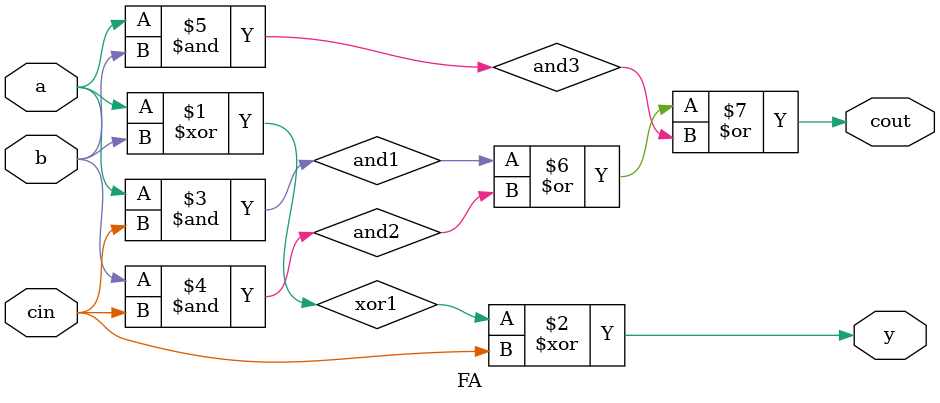
<source format=v>
module FA (a, b, cin, y, cout);
input a, b, cin; //input
output y, cout; //output
wire xor1, and1, and2, and3; 

// y = a^b^cin
xor(xor1, a, b); 
xor(y, xor1, cin); 

// cout = AB+ACin+BCin
and(and1, a, cin);
and(and2, b, cin);
and(and3, a, b);
or(cout, and1, and2, and3);

endmodule

</source>
